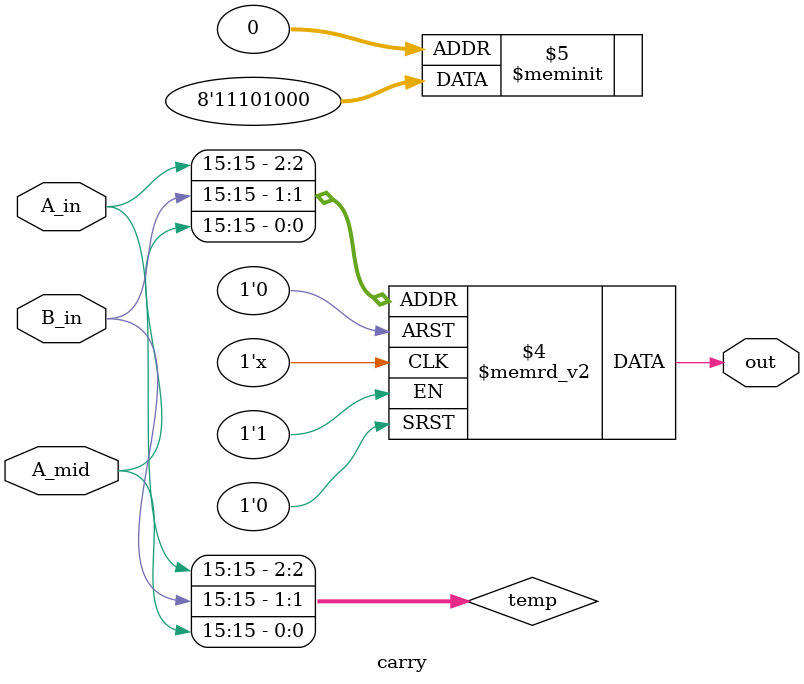
<source format=v>

module carry(A_in,B_in,A_mid,out);

    // Inputs
    input [15:0]A_in,B_in,A_mid;

    // Temporary Array
    reg [2:0]temp;
    assign temp[2] = A_in[15];
    assign temp[1] = B_in[15];
    assign temp[0] = A_mid[15];

    // Output
    output reg out;

    // Update the the carry bit
    always @(temp)
        case(temp)
            0 : out = 0;
            1 : out = 0;
            2 : out = 0;
            3 : out = 1;
            4 : out = 0;
            5 : out = 1;
            6 : out = 1;
            7 : out = 1;
        endcase
endmodule 
</source>
